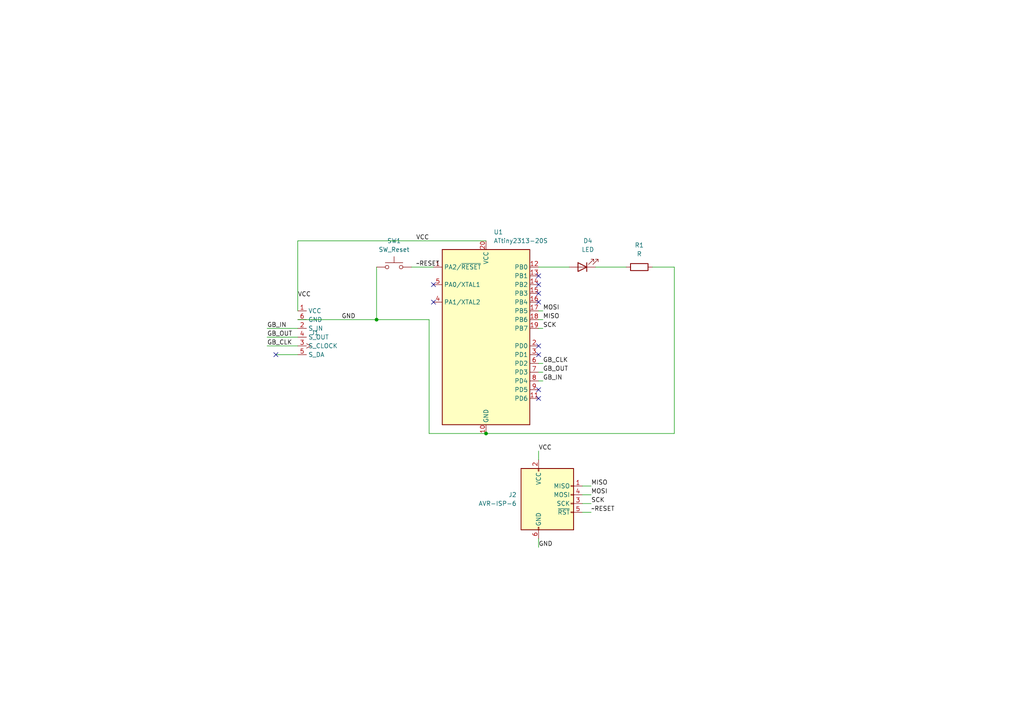
<source format=kicad_sch>
(kicad_sch (version 20231120) (generator "eeschema") (generator_version "8.0")
  (paper "A4")
  (lib_symbols
    (symbol "Connector:AVR-ISP-6" (pin_names (offset 1.016))
      (property "Reference" "J" (at -6.35 11.43 0))
      (property "Value" "AVR-ISP-6" (at 0 11.43 0))
      (symbol "AVR-ISP-6_0_1"
        (rectangle (start -2.667 -6.858) (end -2.413 -7.62))
        (rectangle (start -2.667 10.16) (end -2.413 9.398))
        (rectangle (start 7.62 -2.413) (end 6.858 -2.667))
        (rectangle (start 7.62 0.127) (end 6.858 -0.127))
        (rectangle (start 7.62 2.667) (end 6.858 2.413))
        (rectangle (start 7.62 5.207) (end 6.858 4.953))
        (rectangle (start 7.62 10.16) (end -7.62 -7.62) (stroke (width 0.254)) (fill (type background)))
      )
      (symbol "AVR-ISP-6_1_1"
        (pin passive line (at 10.16 5.08 180) (length 2.54) (name "MISO") (number "1"))
        (pin passive line (at -2.54 12.7 270) (length 2.54) (name "VCC") (number "2"))
        (pin passive line (at 10.16 0 180) (length 2.54) (name "SCK") (number "3"))
        (pin passive line (at 10.16 2.54 180) (length 2.54) (name "MOSI") (number "4"))
        (pin passive line (at 10.16 -2.54 180) (length 2.54) (name "~{RST}") (number "5"))
        (pin passive line (at -2.54 -10.16 90) (length 2.54) (name "GND") (number "6"))
      )
    )
    (symbol "Device:LED" (pin_numbers hide) (pin_names (offset 1.016) hide)
      (property "Reference" "D" (at 0 2.54 0))
      (property "Value" "LED" (at 0 -2.54 0))
      (symbol "LED_0_1"
        (polyline (pts (xy -1.27 -1.27) (xy -1.27 1.27)) (stroke (width 0.254)))
        (polyline (pts (xy -1.27 0) (xy 1.27 0)))
        (polyline (pts (xy 1.27 -1.27) (xy 1.27 1.27) (xy -1.27 0) (xy 1.27 -1.27)) (stroke (width 0.254)))
        (polyline (pts (xy -3.048 -0.762) (xy -4.572 -2.286) (xy -3.81 -2.286) (xy -4.572 -2.286) (xy -4.572 -1.524)))
        (polyline (pts (xy -1.778 -0.762) (xy -3.302 -2.286) (xy -2.54 -2.286) (xy -3.302 -2.286) (xy -3.302 -1.524)))
      )
      (symbol "LED_1_1"
        (pin passive line (at -3.81 0 0) (length 2.54) (name "K") (number "1"))
        (pin passive line (at 3.81 0 180) (length 2.54) (name "A") (number "2"))
      )
    )
    (symbol "Device:R" (pin_numbers hide) (pin_names (offset 0))
      (property "Reference" "R" (at 2.032 0 90))
      (property "Value" "R" (at 0 0 90))
      (symbol "R_0_1"
        (rectangle (start -1.016 -2.54) (end 1.016 2.54) (stroke (width 0.254)))
      )
      (symbol "R_1_1"
        (pin passive line (at 0 3.81 270) (length 1.27) (name "~") (number "1"))
        (pin passive line (at 0 -3.81 90) (length 1.27) (name "~") (number "2"))
      )
    )
    (symbol "MCU_Microchip_ATtiny:ATtiny2313-20S"
      (property "Reference" "U" (at -12.7 26.67 0))
      (property "Value" "ATtiny2313-20S" (at 2.54 -26.67 0))
      (symbol "ATtiny2313-20S_0_1"
        (rectangle (start -12.7 -25.4) (end 12.7 25.4) (stroke (width 0.254)) (fill (type background)))
      )
      (symbol "ATtiny2313-20S_1_1"
        (pin bidirectional line (at -15.24 20.32 0) (length 2.54) (name "PA2/~{RESET}") (number "1"))
        (pin power_in line (at 0 -27.94 90) (length 2.54) (name "GND") (number "10"))
        (pin bidirectional line (at 15.24 -17.78 180) (length 2.54) (name "PD6") (number "11"))
        (pin bidirectional line (at 15.24 20.32 180) (length 2.54) (name "PB0") (number "12"))
        (pin bidirectional line (at 15.24 17.78 180) (length 2.54) (name "PB1") (number "13"))
        (pin bidirectional line (at 15.24 15.24 180) (length 2.54) (name "PB2") (number "14"))
        (pin bidirectional line (at 15.24 12.7 180) (length 2.54) (name "PB3") (number "15"))
        (pin bidirectional line (at 15.24 10.16 180) (length 2.54) (name "PB4") (number "16"))
        (pin bidirectional line (at 15.24 7.62 180) (length 2.54) (name "PB5") (number "17"))
        (pin bidirectional line (at 15.24 5.08 180) (length 2.54) (name "PB6") (number "18"))
        (pin bidirectional line (at 15.24 2.54 180) (length 2.54) (name "PB7") (number "19"))
        (pin bidirectional line (at 15.24 -2.54 180) (length 2.54) (name "PD0") (number "2"))
        (pin power_in line (at 0 27.94 270) (length 2.54) (name "VCC") (number "20"))
        (pin bidirectional line (at 15.24 -5.08 180) (length 2.54) (name "PD1") (number "3"))
        (pin bidirectional line (at -15.24 10.16 0) (length 2.54) (name "PA1/XTAL2") (number "4"))
        (pin bidirectional line (at -15.24 15.24 0) (length 2.54) (name "PA0/XTAL1") (number "5"))
        (pin bidirectional line (at 15.24 -7.62 180) (length 2.54) (name "PD2") (number "6"))
        (pin bidirectional line (at 15.24 -10.16 180) (length 2.54) (name "PD3") (number "7"))
        (pin bidirectional line (at 15.24 -12.7 180) (length 2.54) (name "PD4") (number "8"))
        (pin bidirectional line (at 15.24 -15.24 180) (length 2.54) (name "PD5") (number "9"))
      )
    )
    (symbol "Switch:SW_Push" (pin_numbers hide) (pin_names (offset 1.016) hide)
      (property "Reference" "SW" (at 1.27 2.54 0))
      (property "Value" "SW_Push" (at 0 -1.524 0))
      (symbol "SW_Push_0_1"
        (circle (center -2.032 0) (radius 0.508))
        (polyline (pts (xy 0 1.27) (xy 0 3.048)))
        (polyline (pts (xy 2.54 1.27) (xy -2.54 1.27)))
        (circle (center 2.032 0) (radius 0.508))
        (pin passive line (at -5.08 0 0) (length 2.54) (name "1") (number "1"))
        (pin passive line (at 5.08 0 180) (length 2.54) (name "2") (number "2"))
      )
    )
    (symbol "kalshagar:GBA_Link_Connector_Male"
      (property "Reference" "J" (at 0 0 0))
      (symbol "GBA_Link_Connector_Male_1_1"
        (pin power_in line (at -2.54 -2.54 0) (length 2.54) (name "VCC") (number "1"))
        (pin input line (at -2.54 -7.62 0) (length 2.54) (name "S_IN") (number "2"))
        (pin input clock (at -2.54 -12.7 0) (length 2.54) (name "S_CLOCK") (number "3"))
        (pin output line (at -2.54 -10.16 0) (length 2.54) (name "S_OUT") (number "4"))
        (pin input line (at -2.54 -15.24 0) (length 2.54) (name "S_DA") (number "5"))
        (pin power_out line (at -2.54 -5.08 0) (length 2.54) (name "GND") (number "6"))
      )
    )
  )
  (junction (at 140.97 125.73))
  (junction (at 109.22 92.71))
  (no_connect (at 156.21 113.03))
  (no_connect (at 156.21 80.01))
  (no_connect (at 125.73 82.55))
  (no_connect (at 156.21 100.33))
  (no_connect (at 156.21 102.87))
  (no_connect (at 156.21 82.55))
  (no_connect (at 156.21 115.57))
  (no_connect (at 156.21 85.09))
  (no_connect (at 156.21 87.63))
  (no_connect (at 125.73 87.63))
  (no_connect (at 80.01 102.87))
  (wire (pts (xy 109.22 92.71) (xy 124.46 92.71)))
  (wire (pts (xy 86.36 97.79) (xy 77.47 97.79)))
  (wire (pts (xy 156.21 92.71) (xy 157.48 92.71)))
  (wire (pts (xy 157.48 107.95) (xy 156.21 107.95)))
  (wire (pts (xy 156.21 90.17) (xy 157.48 90.17)))
  (wire (pts (xy 124.46 92.71) (xy 124.46 125.73)))
  (wire (pts (xy 168.91 143.51) (xy 171.45 143.51)))
  (wire (pts (xy 156.21 95.25) (xy 157.48 95.25)))
  (wire (pts (xy 86.36 95.25) (xy 77.47 95.25)))
  (wire (pts (xy 156.21 130.81) (xy 156.21 133.35)))
  (wire (pts (xy 157.48 110.49) (xy 156.21 110.49)))
  (wire (pts (xy 168.91 148.59) (xy 171.45 148.59)))
  (wire (pts (xy 86.36 69.85) (xy 140.97 69.85)))
  (wire (pts (xy 172.72 77.47) (xy 181.61 77.47)))
  (wire (pts (xy 157.48 105.41) (xy 156.21 105.41)))
  (wire (pts (xy 189.23 77.47) (xy 195.58 77.47)))
  (wire (pts (xy 168.91 140.97) (xy 171.45 140.97)))
  (wire (pts (xy 86.36 92.71) (xy 109.22 92.71)))
  (wire (pts (xy 140.97 125.73) (xy 195.58 125.73)))
  (wire (pts (xy 86.36 69.85) (xy 86.36 90.17)))
  (wire (pts (xy 86.36 102.87) (xy 80.01 102.87)))
  (wire (pts (xy 195.58 77.47) (xy 195.58 125.73)))
  (wire (pts (xy 168.91 146.05) (xy 171.45 146.05)))
  (wire (pts (xy 109.22 77.47) (xy 109.22 92.71)))
  (wire (pts (xy 124.46 125.73) (xy 140.97 125.73)))
  (wire (pts (xy 156.21 156.21) (xy 156.21 158.75)))
  (wire (pts (xy 86.36 100.33) (xy 77.47 100.33)))
  (wire (pts (xy 156.21 77.47) (xy 165.1 77.47)))
  (wire (pts (xy 119.38 77.47) (xy 125.73 77.47)))
  (label "~RESET" (at 171.45 148.59 0))
  (label "GB_IN" (at 157.48 110.49 0))
  (label "SCK" (at 171.45 146.05 0))
  (label "SCK" (at 157.48 95.25 0))
  (label "MOSI" (at 171.45 143.51 0))
  (label "GB_OUT" (at 77.47 97.79 0))
  (label "GB_OUT" (at 157.48 107.95 0))
  (label "VCC" (at 120.65 69.85 0))
  (label "VCC" (at 86.36 86.36 0))
  (label "MOSI" (at 157.48 90.17 0))
  (label "~RESET" (at 120.65 77.47 0))
  (label "VCC" (at 156.21 130.81 0))
  (label "GB_IN" (at 77.47 95.25 0))
  (label "GND" (at 156.21 158.75 0))
  (label "GB_CLK" (at 157.48 105.41 0))
  (label "MISO" (at 171.45 140.97 0))
  (label "MISO" (at 157.48 92.71 0))
  (label "GND" (at 99.06 92.71 0))
  (label "GB_CLK" (at 77.47 100.33 0))
  (symbol (lib_id "Device:R") (at 185.42 77.47 90) (unit 1)
    (property "Reference" "R1" (at 185.42 71.12 90))
    (property "Value" "R" (at 185.42 73.66 90))
    (property "Footprint" "Resistor_SMD:R_1206_3216Metric_Pad1.30x1.75mm_HandSolder" (effects (hide yes)))
    (property "Description" "Resistor" (effects (hide yes)))
  )
  (symbol (lib_id "Switch:SW_Push") (at 114.3 77.47 0) (unit 1)
    (property "Reference" "SW1" (at 114.3 69.85 0))
    (property "Value" "SW_Reset" (at 114.3 72.39 0))
    (property "Footprint" "Button_Switch_THT:SW_PUSH_6mm" (effects (hide yes)))
    (property "Description" "Push button switch, generic, two pins" (effects (hide yes)))
  )
  (symbol (lib_id "kalshagar:GBA_Link_Connector_Male") (at 88.9 87.63 0) (unit 1)
    (property "Reference" "J1" (at 90.17 96.5199 0) (effects (justify left)))
    (property "Footprint" "kalshagar:GBA_Link_Connector_Male" (effects (hide yes)))
    (property "Description" "GBA male connector (as of GBA wireless adapter)" (effects (hide yes)))
  )
  (symbol (lib_id "Device:LED") (at 168.91 77.47 180) (unit 1)
    (property "Reference" "D4" (at 170.4975 69.85 0))
    (property "Value" "LED" (at 170.4975 72.39 0))
    (property "Footprint" "LED_SMD:LED_1206_3216Metric_Pad1.42x1.75mm_HandSolder" (effects (hide yes)))
    (property "Description" "Light emitting diode" (effects (hide yes)))
  )
  (symbol (lib_id "Connector:AVR-ISP-6") (at 158.75 146.05 0) (unit 1)
    (property "Reference" "J2" (at 149.86 143.5099 0) (effects (justify right)))
    (property "Value" "AVR-ISP-6" (at 149.86 146.0499 0) (effects (justify right)))
    (property "Footprint" "Connector_IDC:IDC-Header_2x03_P2.54mm_Vertical" (effects (hide yes)))
    (property "Datasheet" " ~" (effects (hide yes)))
    (property "Description" "Atmel 6-pin ISP connector" (effects (hide yes)))
  )
  (symbol (lib_id "MCU_Microchip_ATtiny:ATtiny2313-20S") (at 140.97 97.79 0) (unit 1)
    (property "Reference" "U1" (at 143.1641 67.31 0) (effects (justify left)))
    (property "Value" "ATtiny2313-20S" (at 143.1641 69.85 0) (effects (justify left)))
    (property "Footprint" "Package_SO:SOIC-20W_7.5x12.8mm_P1.27mm" (effects (hide yes)))
    (property "Datasheet" "http://ww1.microchip.com/downloads/en/DeviceDoc/Atmel-2543-AVR-ATtiny2313_Datasheet.pdf" (effects (hide yes)))
    (property "Description" "20MHz, 2kB Flash, 128B SRAM, 128B EEPROM, debugWIRE, SOIC-20" (effects (hide yes)))
  )
)
</source>
